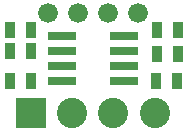
<source format=gbr>
G04 EAGLE Gerber RS-274X export*
G75*
%MOMM*%
%FSLAX34Y34*%
%LPD*%
%INSoldermask Top*%
%IPPOS*%
%AMOC8*
5,1,8,0,0,1.08239X$1,22.5*%
G01*
%ADD10R,2.565400X2.565400*%
%ADD11C,2.565400*%
%ADD12C,1.676400*%
%ADD13R,2.362200X0.762000*%
%ADD14R,0.952400X1.352400*%


D10*
X-3151372Y-2814090D03*
D11*
X-3116372Y-2814090D03*
X-3081372Y-2814090D03*
X-3046372Y-2814090D03*
D12*
X-3136900Y-2729738D03*
X-3111500Y-2729738D03*
X-3086100Y-2729738D03*
X-3060700Y-2729738D03*
D13*
X-3124962Y-2749550D03*
X-3124962Y-2762250D03*
X-3124962Y-2774950D03*
X-3124962Y-2787650D03*
X-3072638Y-2787650D03*
X-3072638Y-2774950D03*
X-3072638Y-2762250D03*
X-3072638Y-2749550D03*
D14*
X-3168760Y-2787650D03*
X-3150760Y-2787650D03*
X-3027570Y-2787650D03*
X-3045570Y-2787650D03*
X-3044300Y-2744470D03*
X-3026300Y-2744470D03*
X-3044300Y-2764790D03*
X-3026300Y-2764790D03*
X-3168760Y-2744470D03*
X-3150760Y-2744470D03*
X-3168760Y-2762250D03*
X-3150760Y-2762250D03*
M02*

</source>
